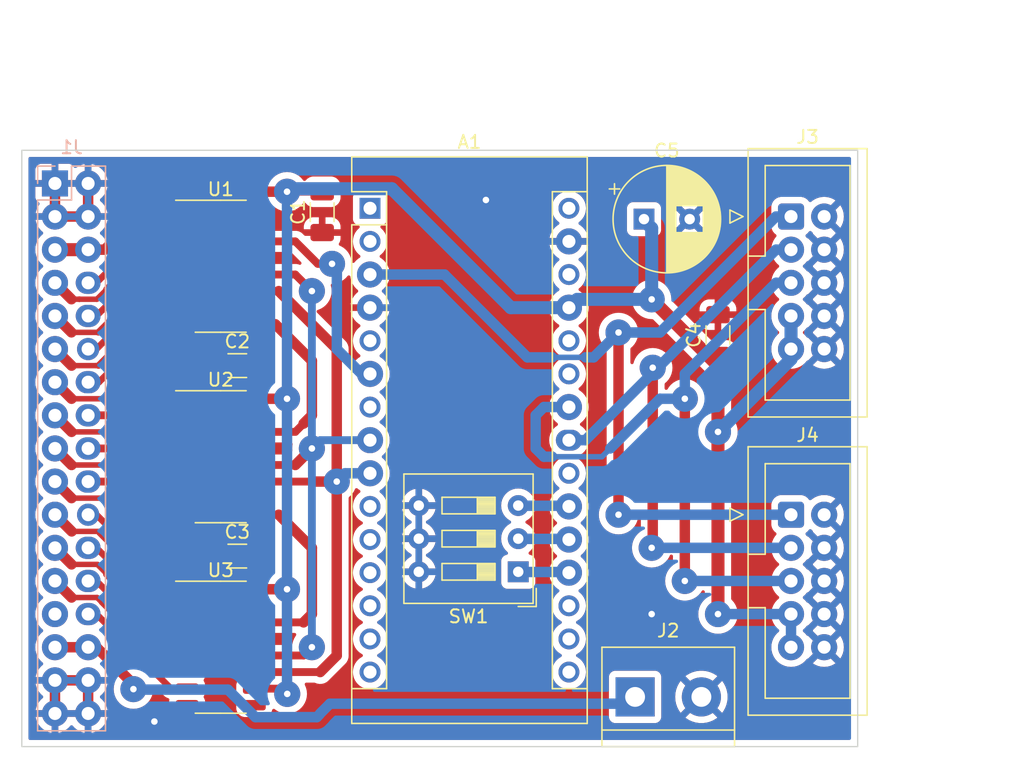
<source format=kicad_pcb>
(kicad_pcb (version 20211014) (generator pcbnew)
  (layers (0 "F.Cu" signal) (31 "B.Cu" signal) (34 "B.Paste" user) (35 "F.Paste" user) (36 "B.SilkS" user "B.Silkscreen") (37 "F.SilkS" user "F.Silkscreen") (38 "B.Mask" user) (39 "F.Mask" user) (44 "Edge.Cuts" user))
  (net 0 "")
  (net 5 "RESET")
  (net 6 "CFG-0")
  (net 7 "GND")
  (net 8 "CFG-1")
  (net 9 "ENABLE-X-1")
  (net 10 "CFG-2")
  (net 11 "ENABLE-X-2")
  (net 13 "ENABLE-X-3")
  (net 14 "SDA")
  (net 15 "ENABLE-X-4")
  (net 16 "SCL")
  (net 17 "ENABLE-X-5")
  (net 19 "ENABLE-X-6")
  (net 21 "ENABLE-X-7")
  (net 22 "Vin")
  (net 23 "ENABLE-X-8")
  (net 27 "A0-X")
  (net 28 "A1-X")
  (net 29 "A2-X")
  (net 30 "B0-X")
  (net 31 "B1-X")
  (net 32 "A0-Y")
  (net 33 "A1-Y")
  (net 34 "A2-Y")
  (net 35 "B0-Y")
  (net 36 "B1-Y")
  (net 38 "Net-(J1-Pad29)")
  (net 39 "DATA-X")
  (net 40 "ENABLE-Y-SET")
  (net 41 "ENABLE-Y-RESET")
  (net 42 "Net-(U1-Pad9)")
  (net 49 "Net-(U2-Pad9)")
  (net 52 "Net-(A1-Pad6)")
  (net 53 "Net-(A1-Pad8)")
  (net 54 "Net-(A1-Pad9)")
  (footprint "Connector_IDC:IDC-Header_2x05_P2.54mm_Vertical" (layer "F.Cu") (at 107.1975 68.58)
    (fp_text reference "J3" (at 1.27 -6.1) (layer "F.SilkS"))
    (fp_text value "I2C bus")
    (pad "1" thru_hole roundrect locked (at 0 0) (size 2 2) (drill 1) (layers *.Cu *.Mask) (roundrect_rratio 0.147059) (net 5 "RESET"))
    (pad "2" thru_hole circle locked (at 2.54 0) (size 2 2) (drill 1) (layers *.Cu *.Mask) (net 7 "GND"))
    (pad "3" thru_hole circle locked (at 0 2.54) (size 2 2) (drill 1) (layers *.Cu *.Mask) (net 14 "SDA"))
    (pad "4" thru_hole circle locked (at 2.54 2.54) (size 2 2) (drill 1) (layers *.Cu *.Mask) (net 7 "GND"))
    (pad "5" thru_hole circle locked (at 0 5.08) (size 2 2) (drill 1) (layers *.Cu *.Mask) (net 16 "SCL"))
    (pad "6" thru_hole circle locked (at 2.54 5.08) (size 2 2) (drill 1) (layers *.Cu *.Mask) (net 7 "GND"))
    (pad "7" thru_hole circle locked (at 0 7.62) (size 2 2) (drill 1) (layers *.Cu *.Mask) (net 22 "Vin"))
    (pad "8" thru_hole circle locked (at 2.54 7.62) (size 2 2) (drill 1) (layers *.Cu *.Mask) (net 7 "GND"))
    (pad "9" thru_hole circle locked (at 0 10.16) (size 2 2) (drill 1) (layers *.Cu *.Mask) (net 22 "Vin"))
    (pad "10" thru_hole circle locked (at 2.54 10.16) (size 2 2) (drill 1) (layers *.Cu *.Mask) (net 7 "GND"))
  )
  (footprint "Package_SO:SO-16_3.9x9.9mm_P1.27mm" (layer "F.Cu") (at 63.5 101.6)
    (fp_text reference "U3" (at 0 -5.9) (layer "F.SilkS"))
    (fp_text value "74HC595D")
    (pad "1" smd roundrect locked (at -2.575 -4.445) (size 1.75 0.8) (layers "F.Cu" "F.Paste" "F.Mask") (net 17 "ENABLE-X-5"))
    (pad "2" smd roundrect locked (at -2.575 -3.175) (size 1.75 0.8) (layers "F.Cu" "F.Paste" "F.Mask") (net 34 "A2-Y"))
    (pad "3" smd roundrect locked (at -2.575 -1.905) (size 1.75 0.8) (layers "F.Cu" "F.Paste" "F.Mask") (net 19 "ENABLE-X-6"))
    (pad "4" smd roundrect locked (at -2.575 -0.635) (size 1.75 0.8) (layers "F.Cu" "F.Paste" "F.Mask") (net 35 "B0-Y"))
    (pad "5" smd roundrect locked (at -2.575 0.635) (size 1.75 0.8) (layers "F.Cu" "F.Paste" "F.Mask") (net 21 "ENABLE-X-7"))
    (pad "6" smd roundrect locked (at -2.575 1.905) (size 1.75 0.8) (layers "F.Cu" "F.Paste" "F.Mask") (net 36 "B1-Y"))
    (pad "7" smd roundrect locked (at -2.575 3.175) (size 1.75 0.8) (layers "F.Cu" "F.Paste" "F.Mask") (net 23 "ENABLE-X-8"))
    (pad "8" smd roundrect locked (at -2.575 4.445) (size 1.75 0.8) (layers "F.Cu" "F.Paste" "F.Mask") (net 7 "GND"))
    (pad "9" smd roundrect locked (at 2.575 4.445) (size 1.75 0.8) (layers "F.Cu" "F.Paste" "F.Mask"))
    (pad "10" smd roundrect locked (at 2.575 3.175) (size 1.75 0.8) (layers "F.Cu" "F.Paste" "F.Mask") (net 22 "Vin"))
    (pad "11" smd roundrect locked (at 2.575 1.905) (size 1.75 0.8) (layers "F.Cu" "F.Paste" "F.Mask") (net 54 "Net-(A1-Pad9)"))
    (pad "12" smd roundrect locked (at 2.575 0.635) (size 1.75 0.8) (layers "F.Cu" "F.Paste" "F.Mask") (net 53 "Net-(A1-Pad8)"))
    (pad "13" smd roundrect locked (at 2.575 -0.635) (size 1.75 0.8) (layers "F.Cu" "F.Paste" "F.Mask") (net 7 "GND"))
    (pad "14" smd roundrect locked (at 2.575 -1.905) (size 1.75 0.8) (layers "F.Cu" "F.Paste" "F.Mask") (net 49 "Net-(U2-Pad9)"))
    (pad "15" smd roundrect locked (at 2.575 -3.175) (size 1.75 0.8) (layers "F.Cu" "F.Paste" "F.Mask"))
    (pad "16" smd roundrect locked (at 2.575 -4.445) (size 1.75 0.8) (layers "F.Cu" "F.Paste" "F.Mask") (net 22 "Vin"))
  )
  (footprint "Capacitor_SMD:C_1206_3216Metric_Pad1.33x1.80mm_HandSolder" (layer "F.Cu") (at 71.274201 68.244105 90)
    (fp_text reference "C1" (at 0 -1.85 90) (layer "F.SilkS"))
    (fp_text value "100n")
    (pad "1" smd roundrect locked (at -1.5625 0 90) (size 1.325 1.8) (layers "F.Cu" "F.Paste" "F.Mask") (roundrect_rratio 0.1886792453) (net 7 "GND"))
    (pad "2" smd roundrect locked (at 1.5625 0 90) (size 1.325 1.8) (layers "F.Cu" "F.Paste" "F.Mask") (roundrect_rratio 0.1886792453) (net 22 "Vin"))
  )
  (footprint "TerminalBlock:TerminalBlock_bornier-2_P5.08mm" (layer "F.Cu") (at 95.25 105.41)
    (fp_text reference "J2" (at 2.54 -5.08) (layer "F.SilkS"))
    (fp_text value "Power 24V")
    (pad "1" thru_hole rect locked (at 0 0) (size 3 3) (drill 1.52) (layers *.Cu *.Mask) (net 38 "Net-(J1-Pad29)"))
    (pad "2" thru_hole circle locked (at 5.08 0) (size 3 3) (drill 1.52) (layers *.Cu *.Mask) (net 7 "GND"))
  )
  (footprint "Connector_IDC:IDC-Header_2x05_P2.54mm_Vertical" (layer "F.Cu") (at 107.1975 91.44)
    (fp_text reference "J4" (at 1.27 -6.1) (layer "F.SilkS"))
    (fp_text value "I2C bus")
    (pad "1" thru_hole roundrect locked (at 0 0) (size 2 2) (drill 1) (layers *.Cu *.Mask) (roundrect_rratio 0.147059) (net 5 "RESET"))
    (pad "2" thru_hole circle locked (at 2.54 0) (size 2 2) (drill 1) (layers *.Cu *.Mask) (net 7 "GND"))
    (pad "3" thru_hole circle locked (at 0 2.54) (size 2 2) (drill 1) (layers *.Cu *.Mask) (net 14 "SDA"))
    (pad "4" thru_hole circle locked (at 2.54 2.54) (size 2 2) (drill 1) (layers *.Cu *.Mask) (net 7 "GND"))
    (pad "5" thru_hole circle locked (at 0 5.08) (size 2 2) (drill 1) (layers *.Cu *.Mask) (net 16 "SCL"))
    (pad "6" thru_hole circle locked (at 2.54 5.08) (size 2 2) (drill 1) (layers *.Cu *.Mask) (net 7 "GND"))
    (pad "7" thru_hole circle locked (at 0 7.62) (size 2 2) (drill 1) (layers *.Cu *.Mask) (net 22 "Vin"))
    (pad "8" thru_hole circle locked (at 2.54 7.62) (size 2 2) (drill 1) (layers *.Cu *.Mask) (net 7 "GND"))
    (pad "9" thru_hole circle locked (at 0 10.16) (size 2 2) (drill 1) (layers *.Cu *.Mask) (net 22 "Vin"))
    (pad "10" thru_hole circle locked (at 2.54 10.16) (size 2 2) (drill 1) (layers *.Cu *.Mask) (net 7 "GND"))
  )
  (footprint "Capacitor_SMD:C_1206_3216Metric_Pad1.33x1.80mm_HandSolder" (layer "F.Cu") (at 101.598148 77.665464 90)
    (fp_text reference "C4" (at 0 -1.85 90) (layer "F.SilkS"))
    (fp_text value "100n")
    (pad "1" smd roundrect locked (at -1.5625 0 90) (size 1.325 1.8) (layers "F.Cu" "F.Paste" "F.Mask") (roundrect_rratio 0.1886792453) (net 22 "Vin"))
    (pad "2" smd roundrect locked (at 1.5625 0 90) (size 1.325 1.8) (layers "F.Cu" "F.Paste" "F.Mask") (roundrect_rratio 0.1886792453) (net 7 "GND"))
  )
  (footprint "Capacitor_SMD:C_1206_3216Metric_Pad1.33x1.80mm_HandSolder" (layer "F.Cu") (at 64.77 80.01)
    (fp_text reference "C2" (at 0 -1.85) (layer "F.SilkS"))
    (fp_text value "100n")
    (pad "1" smd roundrect locked (at -1.5625 0) (size 1.325 1.8) (layers "F.Cu" "F.Paste" "F.Mask") (roundrect_rratio 0.1886792453) (net 7 "GND"))
    (pad "2" smd roundrect locked (at 1.5625 0) (size 1.325 1.8) (layers "F.Cu" "F.Paste" "F.Mask") (roundrect_rratio 0.1886792453) (net 22 "Vin"))
  )
  (footprint "Package_SO:SO-16_3.9x9.9mm_P1.27mm" (layer "F.Cu") (at 63.5 86.995)
    (fp_text reference "U2" (at 0 -5.9) (layer "F.SilkS"))
    (fp_text value "74HC595D")
    (pad "1" smd roundrect locked (at -2.575 -4.445) (size 1.75 0.8) (layers "F.Cu" "F.Paste" "F.Mask") (net 30 "B0-X"))
    (pad "2" smd roundrect locked (at -2.575 -3.175) (size 1.75 0.8) (layers "F.Cu" "F.Paste" "F.Mask") (net 11 "ENABLE-X-2"))
    (pad "3" smd roundrect locked (at -2.575 -1.905) (size 1.75 0.8) (layers "F.Cu" "F.Paste" "F.Mask") (net 31 "B1-X"))
    (pad "4" smd roundrect locked (at -2.575 -0.635) (size 1.75 0.8) (layers "F.Cu" "F.Paste" "F.Mask") (net 13 "ENABLE-X-3"))
    (pad "5" smd roundrect locked (at -2.575 0.635) (size 1.75 0.8) (layers "F.Cu" "F.Paste" "F.Mask") (net 32 "A0-Y"))
    (pad "6" smd roundrect locked (at -2.575 1.905) (size 1.75 0.8) (layers "F.Cu" "F.Paste" "F.Mask") (net 15 "ENABLE-X-4"))
    (pad "7" smd roundrect locked (at -2.575 3.175) (size 1.75 0.8) (layers "F.Cu" "F.Paste" "F.Mask") (net 33 "A1-Y"))
    (pad "8" smd roundrect locked (at -2.575 4.445) (size 1.75 0.8) (layers "F.Cu" "F.Paste" "F.Mask") (net 7 "GND"))
    (pad "9" smd roundrect locked (at 2.575 4.445) (size 1.75 0.8) (layers "F.Cu" "F.Paste" "F.Mask") (net 49 "Net-(U2-Pad9)"))
    (pad "10" smd roundrect locked (at 2.575 3.175) (size 1.75 0.8) (layers "F.Cu" "F.Paste" "F.Mask") (net 22 "Vin"))
    (pad "11" smd roundrect locked (at 2.575 1.905) (size 1.75 0.8) (layers "F.Cu" "F.Paste" "F.Mask") (net 54 "Net-(A1-Pad9)"))
    (pad "12" smd roundrect locked (at 2.575 0.635) (size 1.75 0.8) (layers "F.Cu" "F.Paste" "F.Mask") (net 53 "Net-(A1-Pad8)"))
    (pad "13" smd roundrect locked (at 2.575 -0.635) (size 1.75 0.8) (layers "F.Cu" "F.Paste" "F.Mask") (net 7 "GND"))
    (pad "14" smd roundrect locked (at 2.575 -1.905) (size 1.75 0.8) (layers "F.Cu" "F.Paste" "F.Mask") (net 42 "Net-(U1-Pad9)"))
    (pad "15" smd roundrect locked (at 2.575 -3.175) (size 1.75 0.8) (layers "F.Cu" "F.Paste" "F.Mask"))
    (pad "16" smd roundrect locked (at 2.575 -4.445) (size 1.75 0.8) (layers "F.Cu" "F.Paste" "F.Mask") (net 22 "Vin"))
  )
  (footprint "Capacitor_THT:CP_Radial_D8.0mm_P3.50mm" (layer "F.Cu") (at 95.931373 68.778343)
    (fp_text reference "C5" (at 1.75 -5.25) (layer "F.SilkS"))
    (fp_text value "100uF")
    (pad "1" thru_hole rect locked (at 0 0) (size 1.6 1.6) (drill 0.8) (layers *.Cu *.Mask) (net 22 "Vin"))
    (pad "2" thru_hole circle locked (at 3.5 0) (size 1.6 1.6) (drill 0.8) (layers *.Cu *.Mask) (net 7 "GND"))
  )
  (footprint "Package_SO:SO-16_3.9x9.9mm_P1.27mm" (layer "F.Cu") (at 63.5 72.39)
    (fp_text reference "U1" (at 0 -5.9) (layer "F.SilkS"))
    (fp_text value "74HC595D")
    (pad "1" smd roundrect locked (at -2.575 -4.445) (size 1.75 0.8) (layers "F.Cu" "F.Paste" "F.Mask") (net 39 "DATA-X"))
    (pad "2" smd roundrect locked (at -2.575 -3.175) (size 1.75 0.8) (layers "F.Cu" "F.Paste" "F.Mask") (net 27 "A0-X"))
    (pad "3" smd roundrect locked (at -2.575 -1.905) (size 1.75 0.8) (layers "F.Cu" "F.Paste" "F.Mask") (net 40 "ENABLE-Y-SET"))
    (pad "4" smd roundrect locked (at -2.575 -0.635) (size 1.75 0.8) (layers "F.Cu" "F.Paste" "F.Mask") (net 28 "A1-X"))
    (pad "5" smd roundrect locked (at -2.575 0.635) (size 1.75 0.8) (layers "F.Cu" "F.Paste" "F.Mask") (net 41 "ENABLE-Y-RESET"))
    (pad "6" smd roundrect locked (at -2.575 1.905) (size 1.75 0.8) (layers "F.Cu" "F.Paste" "F.Mask") (net 29 "A2-X"))
    (pad "7" smd roundrect locked (at -2.575 3.175) (size 1.75 0.8) (layers "F.Cu" "F.Paste" "F.Mask") (net 9 "ENABLE-X-1"))
    (pad "8" smd roundrect locked (at -2.575 4.445) (size 1.75 0.8) (layers "F.Cu" "F.Paste" "F.Mask") (net 7 "GND"))
    (pad "9" smd roundrect locked (at 2.575 4.445) (size 1.75 0.8) (layers "F.Cu" "F.Paste" "F.Mask") (net 42 "Net-(U1-Pad9)"))
    (pad "10" smd roundrect locked (at 2.575 3.175) (size 1.75 0.8) (layers "F.Cu" "F.Paste" "F.Mask") (net 22 "Vin"))
    (pad "11" smd roundrect locked (at 2.575 1.905) (size 1.75 0.8) (layers "F.Cu" "F.Paste" "F.Mask") (net 54 "Net-(A1-Pad9)"))
    (pad "12" smd roundrect locked (at 2.575 0.635) (size 1.75 0.8) (layers "F.Cu" "F.Paste" "F.Mask") (net 53 "Net-(A1-Pad8)"))
    (pad "13" smd roundrect locked (at 2.575 -0.635) (size 1.75 0.8) (layers "F.Cu" "F.Paste" "F.Mask") (net 7 "GND"))
    (pad "14" smd roundrect locked (at 2.575 -1.905) (size 1.75 0.8) (layers "F.Cu" "F.Paste" "F.Mask") (net 52 "Net-(A1-Pad6)"))
    (pad "15" smd roundrect locked (at 2.575 -3.175) (size 1.75 0.8) (layers "F.Cu" "F.Paste" "F.Mask"))
    (pad "16" smd roundrect locked (at 2.575 -4.445) (size 1.75 0.8) (layers "F.Cu" "F.Paste" "F.Mask") (net 22 "Vin"))
  )
  (footprint "Capacitor_SMD:C_1206_3216Metric_Pad1.33x1.80mm_HandSolder" (layer "F.Cu") (at 64.77 94.615)
    (fp_text reference "C3" (at 0 -1.85) (layer "F.SilkS"))
    (fp_text value "100n")
    (pad "1" smd roundrect locked (at -1.5625 0) (size 1.325 1.8) (layers "F.Cu" "F.Paste" "F.Mask") (roundrect_rratio 0.1886792453) (net 7 "GND"))
    (pad "2" smd roundrect locked (at 1.5625 0) (size 1.325 1.8) (layers "F.Cu" "F.Paste" "F.Mask") (roundrect_rratio 0.1886792453) (net 22 "Vin"))
  )
  (footprint "Button_Switch_THT:SW_DIP_SPSTx03_Slide_9.78x9.8mm_W7.62mm_P2.54mm" (layer "F.Cu") (at 86.295991 95.818669 180)
    (fp_text reference "SW1" (at 3.81 -3.42) (layer "F.SilkS"))
    (fp_text value "SW_DIP_x03")
    (pad "1" thru_hole rect locked (at 0 0 180) (size 1.6 1.6) (drill 0.8) (layers *.Cu *.Mask) (net 6 "CFG-0"))
    (pad "2" thru_hole oval locked (at 0 2.54 180) (size 1.6 1.6) (drill 0.8) (layers *.Cu *.Mask) (net 8 "CFG-1"))
    (pad "3" thru_hole oval locked (at 0 5.08 180) (size 1.6 1.6) (drill 0.8) (layers *.Cu *.Mask) (net 10 "CFG-2"))
    (pad "4" thru_hole oval locked (at 7.62 5.08 180) (size 1.6 1.6) (drill 0.8) (layers *.Cu *.Mask) (net 7 "GND"))
    (pad "5" thru_hole oval locked (at 7.62 2.54 180) (size 1.6 1.6) (drill 0.8) (layers *.Cu *.Mask) (net 7 "GND"))
    (pad "6" thru_hole oval locked (at 7.62 0 180) (size 1.6 1.6) (drill 0.8) (layers *.Cu *.Mask) (net 7 "GND"))
  )
  (footprint "Module:Arduino_Nano" (layer "F.Cu") (at 74.94 67.945)
    (fp_text reference "A1" (at 7.62 -5.08) (layer "F.SilkS"))
    (fp_text value "Arduino_Nano_v3.x")
    (pad "1" thru_hole rect locked (at 0 0) (size 1.6 1.6) (drill 1) (layers *.Cu *.Mask))
    (pad "2" thru_hole oval locked (at 0 2.54) (size 1.6 1.6) (drill 1) (layers *.Cu *.Mask))
    (pad "3" thru_hole oval locked (at 0 5.08) (size 2 2) (drill 1) (layers *.Cu *.Mask) (net 5 "RESET"))
    (pad "4" thru_hole oval locked (at 0 7.62) (size 2 2) (drill 1) (layers *.Cu *.Mask) (net 7 "GND"))
    (pad "5" thru_hole oval locked (at 0 10.16) (size 1.6 1.6) (drill 1) (layers *.Cu *.Mask))
    (pad "6" thru_hole oval locked (at 0 12.7) (size 2 2) (drill 1) (layers *.Cu *.Mask) (net 52 "Net-(A1-Pad6)"))
    (pad "7" thru_hole oval locked (at 0 15.24) (size 1.6 1.6) (drill 1) (layers *.Cu *.Mask))
    (pad "8" thru_hole oval locked (at 0 17.78) (size 2 2) (drill 1) (layers *.Cu *.Mask) (net 53 "Net-(A1-Pad8)"))
    (pad "9" thru_hole oval locked (at 0 20.32) (size 2 2) (drill 1) (layers *.Cu *.Mask) (net 54 "Net-(A1-Pad9)"))
    (pad "10" thru_hole oval locked (at 0 22.86) (size 1.6 1.6) (drill 1) (layers *.Cu *.Mask))
    (pad "11" thru_hole oval locked (at 0 25.4) (size 1.6 1.6) (drill 1) (layers *.Cu *.Mask))
    (pad "12" thru_hole oval locked (at 0 27.94) (size 1.6 1.6) (drill 1) (layers *.Cu *.Mask))
    (pad "13" thru_hole oval locked (at 0 30.48) (size 1.6 1.6) (drill 1) (layers *.Cu *.Mask))
    (pad "14" thru_hole oval locked (at 0 33.02) (size 1.6 1.6) (drill 1) (layers *.Cu *.Mask))
    (pad "15" thru_hole oval locked (at 0 35.56) (size 1.6 1.6) (drill 1) (layers *.Cu *.Mask))
    (pad "16" thru_hole oval locked (at 15.24 35.56) (size 1.6 1.6) (drill 1) (layers *.Cu *.Mask))
    (pad "17" thru_hole oval locked (at 15.24 33.02) (size 1.6 1.6) (drill 1) (layers *.Cu *.Mask))
    (pad "18" thru_hole oval locked (at 15.24 30.48) (size 1.6 1.6) (drill 1) (layers *.Cu *.Mask))
    (pad "19" thru_hole oval locked (at 15.24 27.94) (size 2 2) (drill 1) (layers *.Cu *.Mask) (net 6 "CFG-0"))
    (pad "20" thru_hole oval locked (at 15.24 25.4) (size 2 2) (drill 1) (layers *.Cu *.Mask) (net 8 "CFG-1"))
    (pad "21" thru_hole oval locked (at 15.24 22.86) (size 2 2) (drill 1) (layers *.Cu *.Mask) (net 10 "CFG-2"))
    (pad "22" thru_hole oval locked (at 15.24 20.32) (size 1.6 1.6) (drill 1) (layers *.Cu *.Mask))
    (pad "23" thru_hole oval locked (at 15.24 17.78) (size 2 1.6) (drill 1) (layers *.Cu *.Mask) (net 14 "SDA"))
    (pad "24" thru_hole oval locked (at 15.24 15.24) (size 2 2) (drill 1) (layers *.Cu *.Mask) (net 16 "SCL"))
    (pad "25" thru_hole oval locked (at 15.24 12.7) (size 1.6 1.6) (drill 1) (layers *.Cu *.Mask))
    (pad "26" thru_hole oval locked (at 15.24 10.16) (size 1.6 1.6) (drill 1) (layers *.Cu *.Mask))
    (pad "27" thru_hole oval locked (at 15.24 7.62) (size 2 2) (drill 1) (layers *.Cu *.Mask) (net 22 "Vin"))
    (pad "28" thru_hole oval locked (at 15.24 5.08) (size 1.6 1.6) (drill 1) (layers *.Cu *.Mask))
    (pad "29" thru_hole oval locked (at 15.24 2.54) (size 2 2) (drill 1) (layers *.Cu *.Mask) (net 7 "GND"))
    (pad "30" thru_hole oval locked (at 15.24 0) (size 1.6 1.6) (drill 1) (layers *.Cu *.Mask))
  )
  (footprint "Connector_PinSocket_2.54mm:PinSocket_2x17_P2.54mm_Vertical" (layer "B.Cu") (at 50.8 66.04 180)
    (fp_text reference "J1" (at -1.27 2.77) (layer "B.SilkS") (effects (justify mirror)))
    (fp_text value "FlipDot matrix")
    (pad "1" thru_hole rect locked (at 0 0 180) (size 2 2) (drill 1) (layers *.Cu *.Mask) (net 7 "GND"))
    (pad "2" thru_hole oval locked (at -2.54 0 180) (size 2 2) (drill 1) (layers *.Cu *.Mask) (net 7 "GND"))
    (pad "3" thru_hole oval locked (at 0 -2.54 180) (size 2 2) (drill 1) (layers *.Cu *.Mask) (net 7 "GND"))
    (pad "4" thru_hole oval locked (at -2.54 -2.54 180) (size 2 2) (drill 1) (layers *.Cu *.Mask) (net 7 "GND"))
    (pad "5" thru_hole oval locked (at 0 -5.08 180) (size 2 2) (drill 1) (layers *.Cu *.Mask) (net 22 "Vin"))
    (pad "6" thru_hole oval locked (at -2.54 -5.08 180) (size 2 2) (drill 1) (layers *.Cu *.Mask) (net 22 "Vin"))
    (pad "7" thru_hole oval locked (at 0 -7.62 180) (size 2 2) (drill 1) (layers *.Cu *.Mask) (net 27 "A0-X"))
    (pad "8" thru_hole oval locked (at -2.54 -7.62 180) (size 1.9 1.7) (drill 1) (layers *.Cu *.Mask) (net 39 "DATA-X"))
    (pad "9" thru_hole oval locked (at 0 -10.16 180) (size 2 2) (drill 1) (layers *.Cu *.Mask) (net 28 "A1-X"))
    (pad "10" thru_hole oval locked (at -2.54 -10.16 180) (size 1.9 1.7) (drill 1) (layers *.Cu *.Mask) (net 40 "ENABLE-Y-SET"))
    (pad "11" thru_hole oval locked (at 0 -12.7 180) (size 2 2) (drill 1) (layers *.Cu *.Mask) (net 29 "A2-X"))
    (pad "12" thru_hole oval locked (at -2.54 -12.7 180) (size 1.7 1.7) (drill 1) (layers *.Cu *.Mask) (net 41 "ENABLE-Y-RESET"))
    (pad "13" thru_hole oval locked (at 0 -15.24 180) (size 2 2) (drill 1) (layers *.Cu *.Mask) (net 30 "B0-X"))
    (pad "14" thru_hole oval locked (at -2.54 -15.24 180) (size 1.9 1.7) (drill 1) (layers *.Cu *.Mask) (net 9 "ENABLE-X-1"))
    (pad "15" thru_hole oval locked (at 0 -17.78 180) (size 2 2) (drill 1) (layers *.Cu *.Mask) (net 31 "B1-X"))
    (pad "16" thru_hole oval locked (at -2.54 -17.78 180) (size 1.9 1.7) (drill 1) (layers *.Cu *.Mask) (net 11 "ENABLE-X-2"))
    (pad "17" thru_hole oval locked (at 0 -20.32 180) (size 2 2) (drill 1) (layers *.Cu *.Mask) (net 32 "A0-Y"))
    (pad "18" thru_hole oval locked (at -2.54 -20.32 180) (size 1.9 1.7) (drill 1) (layers *.Cu *.Mask) (net 13 "ENABLE-X-3"))
    (pad "19" thru_hole oval locked (at 0 -22.86 180) (size 2 2) (drill 1) (layers *.Cu *.Mask) (net 33 "A1-Y"))
    (pad "20" thru_hole oval locked (at -2.54 -22.86 180) (size 1.9 1.7) (drill 1) (layers *.Cu *.Mask) (net 15 "ENABLE-X-4"))
    (pad "21" thru_hole oval locked (at 0 -25.4 180) (size 2 2) (drill 1) (layers *.Cu *.Mask) (net 34 "A2-Y"))
    (pad "22" thru_hole oval locked (at -2.54 -25.4 180) (size 1.7 1.7) (drill 1) (layers *.Cu *.Mask) (net 17 "ENABLE-X-5"))
    (pad "23" thru_hole oval locked (at 0 -27.94 180) (size 2 2) (drill 1) (layers *.Cu *.Mask) (net 35 "B0-Y"))
    (pad "24" thru_hole oval locked (at -2.54 -27.94 180) (size 1.9 1.7) (drill 1) (layers *.Cu *.Mask) (net 19 "ENABLE-X-6"))
    (pad "25" thru_hole oval locked (at 0 -30.48 180) (size 2 2) (drill 1) (layers *.Cu *.Mask) (net 36 "B1-Y"))
    (pad "26" thru_hole oval locked (at -2.54 -30.48 180) (size 1.9 1.7) (drill 1) (layers *.Cu *.Mask) (net 21 "ENABLE-X-7"))
    (pad "27" thru_hole oval locked (at 0 -33.02 180) (size 2 2) (drill 1) (layers *.Cu *.Mask))
    (pad "28" thru_hole oval locked (at -2.54 -33.02 180) (size 1.9 1.7) (drill 1) (layers *.Cu *.Mask) (net 23 "ENABLE-X-8"))
    (pad "29" thru_hole oval locked (at 0 -35.56 180) (size 2 2) (drill 1) (layers *.Cu *.Mask) (net 38 "Net-(J1-Pad29)"))
    (pad "30" thru_hole oval locked (at -2.54 -35.56 180) (size 2 2) (drill 1) (layers *.Cu *.Mask) (net 38 "Net-(J1-Pad29)"))
    (pad "31" thru_hole oval locked (at 0 -38.1 180) (size 2 2) (drill 1) (layers *.Cu *.Mask) (net 7 "GND"))
    (pad "32" thru_hole oval locked (at -2.54 -38.1 180) (size 2 2) (drill 1) (layers *.Cu *.Mask) (net 7 "GND"))
    (pad "33" thru_hole oval locked (at 0 -40.64 180) (size 2 2) (drill 1) (layers *.Cu *.Mask) (net 7 "GND"))
    (pad "34" thru_hole oval locked (at -2.54 -40.64 180) (size 2 2) (drill 1) (layers *.Cu *.Mask) (net 7 "GND"))
  )
  (gr_poly (pts (xy 112.304551 109.220001) (xy 59.055 109.22) (xy 48.26 109.22) (xy 48.26 63.5) (xy 59.055 63.5) (xy 112.304551 63.500001)) (layer "Edge.Cuts") (width 0.1) (fill none))
  (segment (start 93.98 91.44) (end 93.98 77.47) (width 0.8) (layer "F.Cu") (net 5))
  (via (at 93.98 77.47) (size 2) (drill 0.5) (layers "F.Cu" "B.Cu") (net 5))
  (via (at 93.98 91.44) (size 2) (drill 0.5) (layers "F.Cu" "B.Cu") (net 5))
  (segment (start 80.645 73.025) (end 74.94 73.025) (width 0.8) (layer "B.Cu") (net 5))
  (segment (start 93.98 77.47) (end 97.155 77.47) (width 0.8) (layer "B.Cu") (net 5))
  (segment (start 91.44 79.375) (end 88.9 79.375) (width 0.42) (layer "B.Cu") (net 5))
  (segment (start 88.9 79.375) (end 86.995 79.375) (width 0.8) (layer "B.Cu") (net 5))
  (segment (start 86.995 79.375) (end 80.645 73.025) (width 0.8) (layer "B.Cu") (net 5))
  (segment (start 97.155 77.47) (end 106.045 68.58) (width 0.8) (layer "B.Cu") (net 5))
  (segment (start 92.075 79.375) (end 91.44 79.375) (width 0.8) (layer "B.Cu") (net 5))
  (segment (start 107.1975 91.44) (end 93.98 91.44) (width 0.8) (layer "B.Cu") (net 5))
  (segment (start 93.98 77.47) (end 92.075 79.375) (width 0.8) (layer "B.Cu") (net 5))
  (segment (start 106.045 68.58) (end 107.1975 68.58) (width 0.8) (layer "B.Cu") (net 5))
  (segment (start 90.128976 95.833976) (end 90.18 95.885) (width 0.8) (layer "B.Cu") (net 6))
  (segment (start 86.852131 95.833976) (end 90.128976 95.833976) (width 0.8) (layer "B.Cu") (net 6))
  (segment (start 50.8 104.14) (end 53.34 104.14) (width 0.8) (layer "F.Cu") (net 7))
  (segment (start 50.8 68.58) (end 53.34 68.58) (width 0.8) (layer "F.Cu") (net 7))
  (segment (start 53.34 68.58) (end 53.34 66.04) (width 0.8) (layer "F.Cu") (net 7))
  (segment (start 50.8 104.14) (end 50.8 106.68) (width 0.8) (layer "F.Cu") (net 7))
  (segment (start 53.34 104.14) (end 53.34 106.68) (width 0.8) (layer "F.Cu") (net 7))
  (segment (start 50.8 66.04) (end 50.8 68.58) (width 0.8) (layer "F.Cu") (net 7))
  (via (at 83.82 67.31) (size 1.6) (drill 0.5) (layers "F.Cu" "B.Cu") (net 7))
  (via (at 96.52 99.06) (size 1.6) (drill 0.5) (layers "F.Cu" "B.Cu") (net 7))
  (via (at 58.417008 107.296807) (size 1.6) (drill 0.5) (layers "F.Cu" "B.Cu") (net 7))
  (segment (start 86.852131 93.293976) (end 90.128976 93.293976) (width 0.8) (layer "B.Cu") (net 8))
  (segment (start 90.128976 93.293976) (end 90.18 93.345) (width 0.8) (layer "B.Cu") (net 8))
  (segment (start 59.896599 75.571852) (end 59.903451 75.565) (width 0.42) (layer "F.Cu") (net 9))
  (segment (start 53.34 81.28) (end 53.975 81.28) (width 0.42) (layer "F.Cu") (net 9))
  (segment (start 53.975 81.28) (end 54.165087 81.28) (width 0.5) (layer "F.Cu") (net 9))
  (segment (start 54.165087 81.28) (end 59.880087 75.565) (width 0.5) (layer "F.Cu") (net 9))
  (segment (start 59.903451 75.565) (end 60.925 75.565) (width 0.42) (layer "F.Cu") (net 9))
  (segment (start 86.852131 90.753976) (end 90.128976 90.753976) (width 0.8) (layer "B.Cu") (net 10))
  (segment (start 90.128976 90.753976) (end 90.18 90.805) (width 0.8) (layer "B.Cu") (net 10))
  (segment (start 53.34 83.82) (end 60.925 83.82) (width 0.6) (layer "F.Cu") (net 11))
  (segment (start 53.34 86.36) (end 60.925 86.36) (width 0.6) (layer "F.Cu") (net 13))
  (segment (start 96.600318 80.170637) (end 96.600318 93.899682) (width 0.8) (layer "F.Cu") (net 14))
  (segment (start 96.600318 93.899682) (end 96.52 93.98) (width 0.8) (layer "F.Cu") (net 14))
  (via (at 96.52 93.98) (size 2) (drill 0.5) (layers "F.Cu" "B.Cu") (net 14))
  (via (at 96.600318 80.170637) (size 2) (drill 0.5) (layers "F.Cu" "B.Cu") (net 14))
  (segment (start 96.994363 80.170637) (end 106.045 71.12) (width 0.8) (layer "B.Cu") (net 14))
  (segment (start 96.600318 80.564682) (end 91.44 85.725) (width 0.8) (layer "B.Cu") (net 14))
  (segment (start 91.44 85.725) (end 90.18 85.725) (width 0.8) (layer "B.Cu") (net 14))
  (segment (start 106.045 71.12) (end 107.1975 71.12) (width 0.8) (layer "B.Cu") (net 14))
  (segment (start 107.1975 93.98) (end 96.52 93.98) (width 0.8) (layer "B.Cu") (net 14))
  (segment (start 96.600318 80.170637) (end 96.994363 80.170637) (width 0.8) (layer "B.Cu") (net 14))
  (segment (start 96.600318 80.170637) (end 96.600318 80.564682) (width 0.8) (layer "B.Cu") (net 14))
  (segment (start 53.34 88.9) (end 60.925 88.9) (width 0.6) (layer "F.Cu") (net 15))
  (segment (start 99.06 82.55) (end 99.06 96.52) (width 0.8) (layer "F.Cu") (net 16))
  (via (at 99.06 82.55) (size 2) (drill 0.5) (layers "F.Cu" "B.Cu") (net 16))
  (via (at 99.06 96.52) (size 2) (drill 0.5) (layers "F.Cu" "B.Cu") (net 16))
  (segment (start 106.045 73.66) (end 107.1975 73.66) (width 0.8) (layer "B.Cu") (net 16))
  (segment (start 87.63 83.82) (end 87.63 86.36) (width 0.8) (layer "B.Cu") (net 16))
  (segment (start 99.06 82.55) (end 99.06 80.645) (width 0.8) (layer "B.Cu") (net 16))
  (segment (start 99.06 80.645) (end 106.045 73.66) (width 0.8) (layer "B.Cu") (net 16))
  (segment (start 107.1975 96.52) (end 99.06 96.52) (width 0.8) (layer "B.Cu") (net 16))
  (segment (start 88.265 86.995) (end 88.9 86.995) (width 0.8) (layer "B.Cu") (net 16))
  (segment (start 90.18 83.185) (end 88.265 83.185) (width 0.8) (layer "B.Cu") (net 16))
  (segment (start 92.71 86.995) (end 88.9 86.995) (width 0.42) (layer "B.Cu") (net 16))
  (segment (start 88.265 83.185) (end 87.63 83.82) (width 0.8) (layer "B.Cu") (net 16))
  (segment (start 97.155 82.55) (end 93.345 86.36) (width 0.8) (layer "B.Cu") (net 16))
  (segment (start 87.63 86.36) (end 88.265 86.995) (width 0.8) (layer "B.Cu") (net 16))
  (segment (start 99.06 82.55) (end 97.155 82.55) (width 0.8) (layer "B.Cu") (net 16))
  (segment (start 93.345 86.36) (end 92.71 86.995) (width 0.42) (layer "B.Cu") (net 16))
  (segment (start 53.34 91.44) (end 53.975 91.44) (width 0.42) (layer "F.Cu") (net 17))
  (segment (start 59.69 97.155) (end 60.925 97.155) (width 0.42) (layer "F.Cu") (net 17))
  (segment (start 53.975 91.44) (end 59.69 97.155) (width 0.5) (layer "F.Cu") (net 17))
  (segment (start 59.69 99.695) (end 60.925 99.695) (width 0.42) (layer "F.Cu") (net 19))
  (segment (start 53.34 93.98) (end 53.975 93.98) (width 0.42) (layer "F.Cu") (net 19))
  (segment (start 53.975 93.98) (end 59.69 99.695) (width 0.5) (layer "F.Cu") (net 19))
  (segment (start 53.975 96.52) (end 59.69 102.235) (width 0.5) (layer "F.Cu") (net 21))
  (segment (start 53.34 96.52) (end 53.975 96.52) (width 0.42) (layer "F.Cu") (net 21))
  (segment (start 59.69 102.235) (end 60.925 102.235) (width 0.42) (layer "F.Cu") (net 21))
  (segment (start 68.596696 105.179454) (end 68.349454 105.179454) (width 0.6) (layer "F.Cu") (net 22))
  (segment (start 66.3325 94.615) (end 66.3325 94.2725) (width 0.42) (layer "F.Cu") (net 22))
  (segment (start 66.3325 80.01) (end 66.3325 82.2925) (width 0.8) (layer "F.Cu") (net 22))
  (segment (start 66.3325 94.2725) (end 64.445763 92.385763) (width 0.6) (layer "F.Cu") (net 22))
  (segment (start 101.6 85.09) (end 101.6 99.06) (width 1) (layer "F.Cu") (net 22))
  (segment (start 66.075 82.55) (end 68.58 82.55) (width 0.8) (layer "F.Cu") (net 22))
  (segment (start 66.3325 94.615) (end 66.3325 96.8975) (width 0.8) (layer "F.Cu") (net 22))
  (segment (start 50.8 71.12) (end 53.34 71.12) (width 1) (layer "F.Cu") (net 22))
  (segment (start 64.365423 78.335423) (end 64.365423 75.969577) (width 0.6) (layer "F.Cu") (net 22))
  (segment (start 66.04 66.675) (end 66.04 67.91) (width 0.8) (layer "F.Cu") (net 22))
  (segment (start 64.445763 90.494237) (end 64.77 90.17) (width 0.6) (layer "F.Cu") (net 22))
  (segment (start 66.3325 82.2925) (end 66.075 82.55) (width 0.42) (layer "F.Cu") (net 22))
  (segment (start 67.945 104.775) (end 66.075 104.775) (width 0.6) (layer "F.Cu") (net 22))
  (segment (start 101.6 80.01) (end 96.52 74.93) (width 1) (layer "F.Cu") (net 22))
  (segment (start 54.61 71.12) (end 59.055 66.675) (width 0.8) (layer "F.Cu") (net 22))
  (segment (start 66.3325 80.01) (end 66.04 80.01) (width 0.42) (layer "F.Cu") (net 22))
  (segment (start 66.075 97.155) (end 68.58 97.155) (width 0.8) (layer "F.Cu") (net 22))
  (segment (start 66.04 80.01) (end 64.365423 78.335423) (width 0.6) (layer "F.Cu") (net 22))
  (segment (start 64.445763 92.385763) (end 64.445763 90.494237) (width 0.6) (layer "F.Cu") (net 22))
  (segment (start 59.055 66.675) (end 66.04 66.675) (width 0.8) (layer "F.Cu") (net 22))
  (segment (start 53.34 71.12) (end 54.61 71.12) (width 0.8) (layer "F.Cu") (net 22))
  (segment (start 64.77 90.17) (end 66.075 90.17) (width 0.6) (layer "F.Cu") (net 22))
  (segment (start 64.77 75.565) (end 65.405 75.565) (width 0.6) (layer "F.Cu") (net 22))
  (segment (start 68.58 66.675) (end 71.4625 66.675) (width 0.6) (layer "F.Cu") (net 22))
  (segment (start 66.3325 96.8975) (end 66.075 97.155) (width 0.42) (layer "F.Cu") (net 22))
  (segment (start 68.58 66.675) (end 66.04 66.675) (width 0.8) (layer "F.Cu") (net 22))
  (segment (start 101.6 85.09) (end 101.6 80.01) (width 1) (layer "F.Cu") (net 22))
  (segment (start 64.365423 75.969577) (end 64.77 75.565) (width 0.6) (layer "F.Cu") (net 22))
  (segment (start 68.349454 105.179454) (end 67.945 104.775) (width 0.6) (layer "F.Cu") (net 22))
  (via (at 68.596696 105.179454) (size 2) (drill 0.5) (layers "F.Cu" "B.Cu") (net 22))
  (via (at 68.58 97.155) (size 2) (drill 0.5) (layers "F.Cu" "B.Cu") (net 22))
  (via (at 68.58 66.675) (size 2) (drill 0.5) (layers "F.Cu" "B.Cu") (net 22))
  (via (at 96.52 74.93) (size 2) (drill 0.5) (layers "F.Cu" "B.Cu") (net 22))
  (via (at 68.58 82.55) (size 2) (drill 0.5) (layers "F.Cu" "B.Cu") (net 22))
  (via (at 101.6 99.06) (size 2) (drill 0.5) (layers "F.Cu" "B.Cu") (net 22))
  (via (at 101.6 85.09) (size 2) (drill 0.5) (layers "F.Cu" "B.Cu") (net 22))
  (segment (start 96.52 69.467349) (end 95.885 68.832349) (width 1) (layer "B.Cu") (net 22))
  (segment (start 68.58 66.675) (end 68.58 82.55) (width 0.8) (layer "B.Cu") (net 22))
  (segment (start 107.1975 99.06) (end 101.6 99.06) (width 0.8) (layer "B.Cu") (net 22))
  (segment (start 96.52 74.93) (end 96.52 69.467349) (width 1) (layer "B.Cu") (net 22))
  (segment (start 68.58 97.155) (end 68.58 82.55) (width 0.8) (layer "B.Cu") (net 22))
  (segment (start 101.6 85.09) (end 101.617621 85.09) (width 1) (layer "B.Cu") (net 22))
  (segment (start 76.605489 66.445489) (end 85.725 75.565) (width 1) (layer "B.Cu") (net 22))
  (segment (start 68.596696 105.179454) (end 68.58 105.162758) (width 0.8) (layer "B.Cu") (net 22))
  (segment (start 107.1975 78.74) (end 107.1975 76.2) (width 1) (layer "B.Cu") (net 22))
  (segment (start 68.809511 66.445489) (end 76.605489 66.445489) (width 1) (layer "B.Cu") (net 22))
  (segment (start 101.617621 85.09) (end 107.1975 79.510121) (width 1) (layer "B.Cu") (net 22))
  (segment (start 107.1975 79.510121) (end 107.1975 78.74) (width 1) (layer "B.Cu") (net 22))
  (segment (start 90.18 75.565) (end 90.815 74.93) (width 1) (layer "B.Cu") (net 22))
  (segment (start 68.58 105.162758) (end 68.58 97.155) (width 0.8) (layer "B.Cu") (net 22))
  (segment (start 68.58 66.675) (end 68.809511 66.445489) (width 1) (layer "B.Cu") (net 22))
  (segment (start 90.815 74.93) (end 96.52 74.93) (width 1) (layer "B.Cu") (net 22))
  (segment (start 85.725 75.565) (end 90.18 75.565) (width 1) (layer "B.Cu") (net 22))
  (segment (start 107.1975 99.06) (end 107.1975 101.6) (width 0.8) (layer "B.Cu") (net 22))
  (segment (start 53.975 99.06) (end 59.69 104.775) (width 0.5) (layer "F.Cu") (net 23))
  (segment (start 53.34 99.06) (end 53.975 99.06) (width 0.42) (layer "F.Cu") (net 23))
  (segment (start 59.69 104.775) (end 60.925 104.775) (width 0.42) (layer "F.Cu") (net 23))
  (segment (start 54.74952 74.18171) (end 54.74952 74.15548) (width 0.42) (layer "F.Cu") (net 27))
  (segment (start 54.01171 74.91952) (end 54.74952 74.18171) (width 0.42) (layer "F.Cu") (net 27))
  (segment (start 59.69 69.215) (end 61.3075 69.215) (width 0.42) (layer "F.Cu") (net 27))
  (segment (start 52.668281 74.919511) (end 52.66829 74.91952) (width 0.42) (layer "F.Cu") (net 27))
  (segment (start 52.66829 74.91952) (end 54.01171 74.91952) (width 0.42) (layer "F.Cu") (net 27))
  (segment (start 50.8 73.66) (end 52.059511 74.919511) (width 0.8) (layer "F.Cu") (net 27))
  (segment (start 54.74952 74.15548) (end 59.69 69.215) (width 0.5) (layer "F.Cu") (net 27))
  (segment (start 52.059511 74.919511) (end 52.668281 74.919511) (width 0.42) (layer "F.Cu") (net 27))
  (segment (start 52.059511 77.459511) (end 54.127508 77.459511) (width 0.42) (layer "F.Cu") (net 28))
  (segment (start 59.832019 71.755) (end 60.925 71.755) (width 0.42) (layer "F.Cu") (net 28))
  (segment (start 50.8 76.2) (end 52.059511 77.459511) (width 0.8) (layer "F.Cu") (net 28))
  (segment (start 54.127508 77.459511) (end 59.832019 71.755) (width 0.5) (layer "F.Cu") (net 28))
  (segment (start 52.07 80.01) (end 53.949797 80.01) (width 0.42) (layer "F.Cu") (net 29))
  (segment (start 59.870742 74.295) (end 60.925 74.295) (width 0.42) (layer "F.Cu") (net 29))
  (segment (start 54.134715 80.007321) (end 59.69 74.452036) (width 0.5) (layer "F.Cu") (net 29))
  (segment (start 59.76844 74.397302) (end 59.870742 74.295) (width 0.42) (layer "F.Cu") (net 29))
  (segment (start 53.949797 80.01) (end 53.952476 80.007321) (width 0.42) (layer "F.Cu") (net 29))
  (segment (start 50.8 78.74) (end 52.07 80.01) (width 0.8) (layer "F.Cu") (net 29))
  (segment (start 52.07 82.55) (end 54.61 82.55) (width 0.42) (layer "F.Cu") (net 30))
  (segment (start 50.8 81.28) (end 52.07 82.55) (width 0.8) (layer "F.Cu") (net 30))
  (segment (start 60.925 82.55) (end 54.61 82.55) (width 0.6) (layer "F.Cu") (net 30))
  (segment (start 50.8 83.82) (end 52.07 85.09) (width 0.8) (layer "F.Cu") (net 31))
  (segment (start 60.925 85.09) (end 54.61 85.09) (width 0.6) (layer "F.Cu") (net 31))
  (segment (start 52.07 85.09) (end 54.61 85.09) (width 0.42) (layer "F.Cu") (net 31))
  (segment (start 52.07 87.63) (end 54.61 87.63) (width 0.42) (layer "F.Cu") (net 32))
  (segment (start 50.8 86.36) (end 52.07 87.63) (width 0.8) (layer "F.Cu") (net 32))
  (segment (start 60.925 87.63) (end 54.61 87.63) (width 0.6) (layer "F.Cu") (net 32))
  (segment (start 50.8 88.9) (end 52.07 90.17) (width 0.8) (layer "F.Cu") (net 33))
  (segment (start 52.07 90.17) (end 60.925 90.17) (width 0.42) (layer "F.Cu") (net 33))
  (segment (start 50.8 91.44) (end 52.080489 92.720489) (width 0.8) (layer "F.Cu") (net 34))
  (segment (start 59.69 98.425) (end 60.925 98.425) (width 0.42) (layer "F.Cu") (net 34))
  (segment (start 54.219604 92.815917) (end 59.69 98.286313) (width 0.5) (layer "F.Cu") (net 34))
  (segment (start 54.219604 92.730809) (end 54.209284 92.720489) (width 0.42) (layer "F.Cu") (net 34))
  (segment (start 59.69 98.286313) (end 59.69 98.425) (width 0.5) (layer "F.Cu") (net 34))
  (segment (start 54.209284 92.720489) (end 52.080489 92.720489) (width 0.42) (layer "F.Cu") (net 34))
  (segment (start 54.740837 96.015837) (end 59.69 100.965) (width 0.5) (layer "F.Cu") (net 35))
  (segment (start 54.04559 95.25) (end 54.740837 95.945247) (width 0.42) (layer "F.Cu") (net 35))
  (segment (start 50.8 93.98) (end 52.07 95.25) (width 0.8) (layer "F.Cu") (net 35))
  (segment (start 59.69 100.965) (end 60.925 100.965) (width 0.42) (layer "F.Cu") (net 35))
  (segment (start 52.07 95.25) (end 54.04559 95.25) (width 0.42) (layer "F.Cu") (net 35))
  (segment (start 54.029578 97.79) (end 54.291253 98.051675) (width 0.42) (layer "F.Cu") (net 36))
  (segment (start 54.398727 98.131113) (end 59.69 103.422386) (width 0.5) (layer "F.Cu") (net 36))
  (segment (start 59.69 103.505) (end 60.925 103.505) (width 0.42) (layer "F.Cu") (net 36))
  (segment (start 52.097039 97.79) (end 54.029578 97.79) (width 0.42) (layer "F.Cu") (net 36))
  (segment (start 59.69 103.422386) (end 59.69 103.505) (width 0.5) (layer "F.Cu") (net 36))
  (segment (start 50.8 96.52) (end 52.07 97.79) (width 0.8) (layer "F.Cu") (net 36))
  (segment (start 56.808915 104.433915) (end 53.975 101.6) (width 0.8) (layer "F.Cu") (net 38))
  (segment (start 56.808915 104.81288) (end 56.808915 104.433915) (width 0.8) (layer "F.Cu") (net 38))
  (segment (start 53.975 101.6) (end 53.34 101.6) (width 0.8) (layer "F.Cu") (net 38))
  (segment (start 50.8 101.6) (end 53.34 101.6) (width 0.8) (layer "F.Cu") (net 38))
  (via (at 56.808915 104.81288) (size 2) (drill 0.5) (layers "F.Cu" "B.Cu") (net 38))
  (segment (start 95.25 105.41) (end 94.728643 105.931357) (width 0.8) (layer "B.Cu") (net 38))
  (segment (start 64.050733 104.850605) (end 66.160495 106.960367) (width 0.8) (layer "B.Cu") (net 38))
  (segment (start 70.867669 106.960367) (end 71.058256 106.76978) (width 0.8) (layer "B.Cu") (net 38))
  (segment (start 56.84664 104.850605) (end 64.050733 104.850605) (width 0.8) (layer "B.Cu") (net 38))
  (segment (start 56.808915 104.81288) (end 56.84664 104.850605) (width 0.8) (layer "B.Cu") (net 38))
  (segment (start 94.728643 105.931357) (end 71.868643 105.931357) (width 0.8) (layer "B.Cu") (net 38))
  (segment (start 71.868643 105.931357) (end 71.12 106.68) (width 0.8) (layer "B.Cu") (net 38))
  (segment (start 66.160495 106.960367) (end 70.867669 106.960367) (width 0.8) (layer "B.Cu") (net 38))
  (segment (start 53.975 73.66) (end 59.69 67.945) (width 0.5) (layer "F.Cu") (net 39))
  (segment (start 59.69 67.945) (end 61.3075 67.945) (width 0.42) (layer "F.Cu") (net 39))
  (segment (start 53.34 73.66) (end 53.975 73.66) (width 0.42) (layer "F.Cu") (net 39))
  (segment (start 53.34 76.2) (end 53.975 76.2) (width 0.42) (layer "F.Cu") (net 40))
  (segment (start 59.69 70.485) (end 61.3075 70.485) (width 0.42) (layer "F.Cu") (net 40))
  (segment (start 53.975 76.2) (end 59.69 70.485) (width 0.5) (layer "F.Cu") (net 40))
  (segment (start 53.975 78.74) (end 59.69 73.025) (width 0.5) (layer "F.Cu") (net 41))
  (segment (start 59.69 73.025) (end 60.925 73.025) (width 0.42) (layer "F.Cu") (net 41))
  (segment (start 53.34 78.74) (end 53.975 78.74) (width 0.42) (layer "F.Cu") (net 41))
  (segment (start 70.485 83.82) (end 70.485 79.638051) (width 0.8) (layer "F.Cu") (net 42))
  (segment (start 67.681949 76.835) (end 66.075 76.835) (width 0.6) (layer "F.Cu") (net 42))
  (segment (start 69.215 85.09) (end 66.075 85.09) (width 0.6) (layer "F.Cu") (net 42))
  (segment (start 70.485 79.638051) (end 67.681949 76.835) (width 0.8) (layer "F.Cu") (net 42))
  (segment (start 69.85 84.455) (end 70.485 83.82) (width 0.8) (layer "F.Cu") (net 42))
  (segment (start 69.85 84.455) (end 69.215 85.09) (width 0.6) (layer "F.Cu") (net 42))
  (segment (start 67.945 91.44) (end 70.485 93.98) (width 0.8) (layer "F.Cu") (net 49))
  (segment (start 70.485 99.06) (end 69.85 99.695) (width 0.8) (layer "F.Cu") (net 49))
  (segment (start 69.85 99.695) (end 66.075 99.695) (width 0.6) (layer "F.Cu") (net 49))
  (segment (start 70.485 93.98) (end 70.485 99.06) (width 0.8) (layer "F.Cu") (net 49))
  (segment (start 66.075 91.44) (end 67.945 91.44) (width 0.6) (layer "F.Cu") (net 49))
  (segment (start 72.028201 72.205083) (end 70.935083 72.205083) (width 0.6) (layer "F.Cu") (net 52))
  (segment (start 70.935083 72.205083) (end 69.215 70.485) (width 0.6) (layer "F.Cu") (net 52))
  (segment (start 69.215 70.485) (end 66.075 70.485) (width 0.6) (layer "F.Cu") (net 52))
  (via (at 72.028201 72.205083) (size 2) (drill 0.5) (layers "F.Cu" "B.Cu") (net 52))
  (segment (start 72.398348 78.748348) (end 74.295 80.645) (width 0.8) (layer "B.Cu") (net 52))
  (segment (start 72.028201 72.205083) (end 72.398348 72.57523) (width 0.8) (layer "B.Cu") (net 52))
  (segment (start 72.398348 72.57523) (end 72.398348 78.748348) (width 0.8) (layer "B.Cu") (net 52))
  (segment (start 69.85 102.235) (end 66.075 102.235) (width 0.6) (layer "F.Cu") (net 53))
  (segment (start 70.485 86.36) (end 69.215 87.63) (width 0.8) (layer "F.Cu") (net 53))
  (segment (start 69.215 73.025) (end 66.075 73.025) (width 0.6) (layer "F.Cu") (net 53))
  (segment (start 70.485 74.295) (end 69.215 73.025) (width 0.6) (layer "F.Cu") (net 53))
  (segment (start 69.215 87.63) (end 66.075 87.63) (width 0.6) (layer "F.Cu") (net 53))
  (segment (start 70.485 101.6) (end 69.85 102.235) (width 0.6) (layer "F.Cu") (net 53))
  (via (at 70.485 74.295) (size 2) (drill 0.5) (layers "F.Cu" "B.Cu") (net 53))
  (via (at 70.485 101.6) (size 2) (drill 0.5) (layers "F.Cu" "B.Cu") (net 53))
  (via (at 70.485 86.36) (size 2) (drill 0.5) (layers "F.Cu" "B.Cu") (net 53))
  (segment (start 70.485 86.36) (end 70.485 101.6) (width 0.6) (layer "B.Cu") (net 53))
  (segment (start 70.485 86.36) (end 71.12 85.725) (width 0.6) (layer "B.Cu") (net 53))
  (segment (start 71.12 85.725) (end 74.94 85.725) (width 0.6) (layer "B.Cu") (net 53))
  (segment (start 70.485 74.295) (end 70.485 86.36) (width 0.6) (layer "B.Cu") (net 53))
  (segment (start 72.39 88.9) (end 72.39 78.74) (width 0.8) (layer "F.Cu") (net 54))
  (segment (start 71.12 103.505) (end 72.39 102.235) (width 0.8) (layer "F.Cu") (net 54))
  (segment (start 67.945 74.295) (end 66.075 74.295) (width 0.6) (layer "F.Cu") (net 54))
  (segment (start 71.12 103.505) (end 66.075 103.505) (width 0.6) (layer "F.Cu") (net 54))
  (segment (start 72.39 102.235) (end 72.39 88.9) (width 0.8) (layer "F.Cu") (net 54))
  (segment (start 72.39 78.74) (end 67.945 74.295) (width 0.8) (layer "F.Cu") (net 54))
  (segment (start 66.075 88.9) (end 70.485 88.9) (width 0.6) (layer "F.Cu") (net 54))
  (segment (start 72.39 88.9) (end 70.485 88.9) (width 0.8) (layer "F.Cu") (net 54))
  (via (at 72.39 88.9) (size 2) (drill 0.5) (layers "F.Cu" "B.Cu") (net 54))
  (segment (start 73.025 88.265) (end 74.94 88.265) (width 0.8) (layer "B.Cu") (net 54))
  (segment (start 72.39 88.9) (end 73.025 88.265) (width 0.8) (layer "B.Cu") (net 54))
  (zone (net 7) (net_name "GND") (layer "F.Cu") (connect_pads (clearance 0.508)) (min_thickness 0.254) (fill yes (thermal_gap 0.508) (thermal_bridge_width 0.508))
    (polygon (pts (xy 111.76 109.22) (xy 48.26 109.22) (xy 48.26 63.5) (xy 111.76 63.5)))
  )
  (zone (net 7) (net_name "GND") (layer "B.Cu") (connect_pads (clearance 0.508)) (min_thickness 0.254) (fill yes (thermal_gap 0.508) (thermal_bridge_width 0.508))
    (polygon (pts (xy 113.03 109.22) (xy 48.26 109.22) (xy 48.26 63.5) (xy 112.490318 63.586724)))
  )
)
</source>
